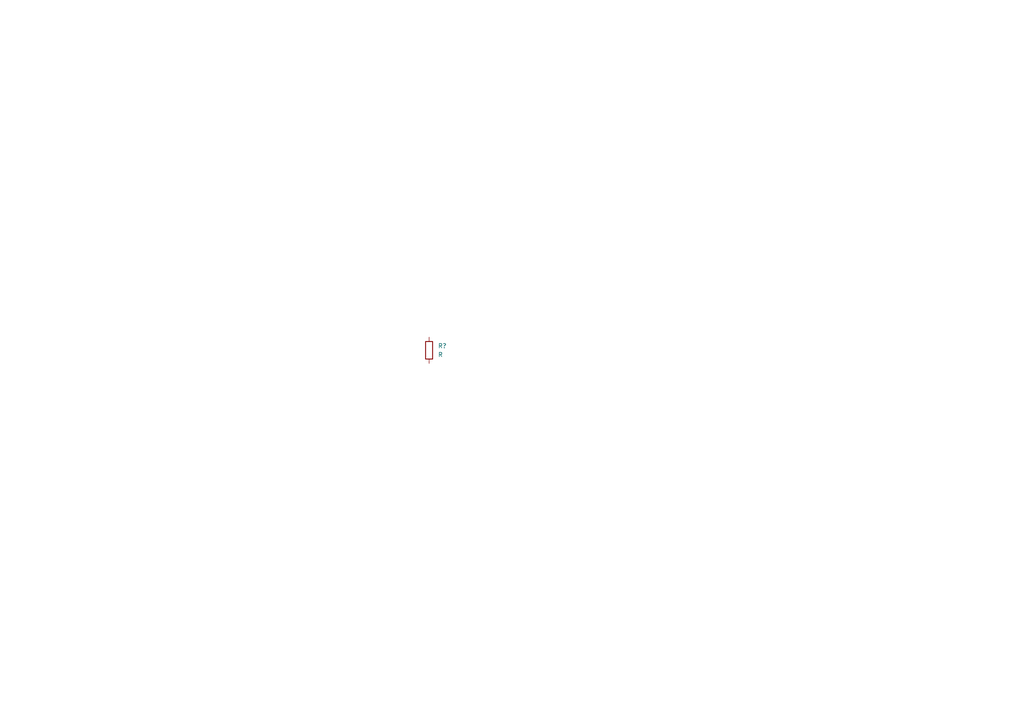
<source format=kicad_sch>
(kicad_sch (version 20211123) (generator eeschema)
  (paper "A4")
  (lib_symbols
    (symbol "Device:R" (pin_numbers hide) (pin_names (offset 0))
      (property "Reference" "R" (at 2.032 0 90))
      (property "Value" "R" (at 0 0 90))
      (symbol "R_0_1"
        (rectangle (start -1.016 -2.54) (end 1.016 2.54) (stroke (width 0.254)))
      )
      (symbol "R_1_1"
        (pin passive line (at 0 3.81 270) (length 1.27) (name "~") (number "1"))
        (pin passive line (at 0 -3.81 90) (length 1.27) (name "~") (number "2"))
      )
    )
  )
  (symbol (lib_id "Device:R") (at 124.46 101.6 0) (unit 1)
    (property "Reference" "R?" (at 127 100.3299 0) (effects (justify left)))
    (property "Value" "R" (at 127 102.8699 0) (effects (justify left)))
  )
)
</source>
